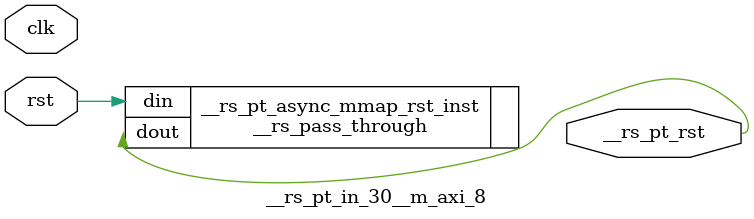
<source format=v>
`timescale 1 ns / 1 ps
/**   Generated by RapidStream   **/
module __rs_pt_in_30__m_axi_8 #(
    parameter BufferSize         = 32,
    parameter BufferSizeLog      = 5,
    parameter AddrWidth          = 64,
    parameter AxiSideAddrWidth   = 64,
    parameter DataWidth          = 512,
    parameter DataWidthBytesLog  = 6,
    parameter WaitTimeWidth      = 4,
    parameter BurstLenWidth      = 8,
    parameter EnableReadChannel  = 1,
    parameter EnableWriteChannel = 1,
    parameter MaxWaitTime        = 3,
    parameter MaxBurstLen        = 15
) (
    output wire __rs_pt_rst,
    input wire  clk,
    input wire  rst
);




__rs_pass_through #(
    .WIDTH (1)
) __rs_pt_async_mmap_rst_inst /**   Generated by RapidStream   **/ (
    .din  (rst),
    .dout (__rs_pt_rst)
);

endmodule  // __rs_pt_in_30__m_axi_8
</source>
